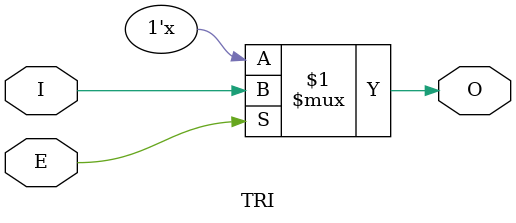
<source format=v>
`timescale 1ns / 1ps

module SSI_Library(

    );

endmodule 
// ----------  ----------  ----------  ----------  	OR_GATE	   ----------  ----------  ----------  ---------- 
module OR(
	output O,
	input I1,
	input I2
    );
	assign O = I1 | I2;
endmodule
// ----------  ----------  ----------  ----------  ----------  ----------  ----------  ----------  ---------- 

// ----------  ----------  ----------  ----------  	NOT_GATE   ----------  ----------  ----------  ---------- 
module NOT(
	output O,
	input I
    );
	assign O = ~I;
endmodule
// ----------  ----------  ----------  ----------  ----------  ----------  ----------  ----------  ---------- 


// ----------  ----------  ----------  ----------  	NAND_GATE  ----------  ----------  ----------  ---------- 
module NAND(
	output reg O,
	input I1,
	input I2
    );
	always@(*)
	begin
	O=~(I1 & I2);
	end
endmodule
// ----------  ----------  ----------  ----------  ----------  ----------  ----------  ----------  ---------- 

// ----------  ----------  ----------  ----------  	NOR_GATE   ----------  ----------  ----------  ---------- 
module NOR(
	output reg O,
	input I1,
	input I2
    );
	always@(*)
	begin
	O=~(I1 | I2);
	end
endmodule
// ----------  ----------  ----------  ----------  ----------  ----------  ----------  ----------  ---------- 

// ----------  ----------  ----------  ----------  	EXOR_GATE  ----------  ----------  ----------  ---------- 
module EXOR(
	output O,
	input I1,
	input I2
    );
	LUT2#(.INIT(4'b0110))lut(.O(O),.I1(I1),.I0(I2));
endmodule
// ----------  ----------  ----------  ----------  ----------  ----------  ----------  ----------  ----------

// ----------  ----------  ----------  ----------  	EXNOR_GATE ----------  ----------  ----------  ---------- 
module EXNOR(
	output O,
	input I1,
	input I2
    );
	LUT2#(.INIT(4'b1001))lut(.O(O),.I1(I1),.I0(I2));
endmodule
// ----------  ----------  ----------  ----------  ----------  ----------  ----------  ----------  ---------- 

// ----------  ----------  ----------  ----------  TRI_GATE	   ----------  ----------  ----------  ---------- 
module TRI(
	output O,
	input I,
	input E
    );
	assign O = E ? I : 1'bz;
endmodule
// ----------  ----------  ----------  ----------  ----------  ----------  ----------  ----------  ---------- 

// ----------  ----------  ----------  ----------  TOP_MODULE  ----------  ----------  ----------  ---------- 
/*module TOP(
output O_or,
output O_not,
output O_nand,
output O_nor,
output O_exor,
output O_exnor,
output O_tri,
input I1,
input I2
    );

OR or_gate(O_or, I1, I2);
NOT not_gate(O_not, I1);
NAND nand_gate(O_nand,I1,I2);
NOR nor_gate(O_nor,I1,I2);
EXOR exor_gate(O_exor,I1,I2);
EXNOR exnor_gate(O_exnor,I1,I2);
TRI tri_gate(O_tri,I1,I2);


endmodule*/
// ----------  ----------  ----------  ----------  ----------  ----------  ----------  ----------  ---------- 
</source>
